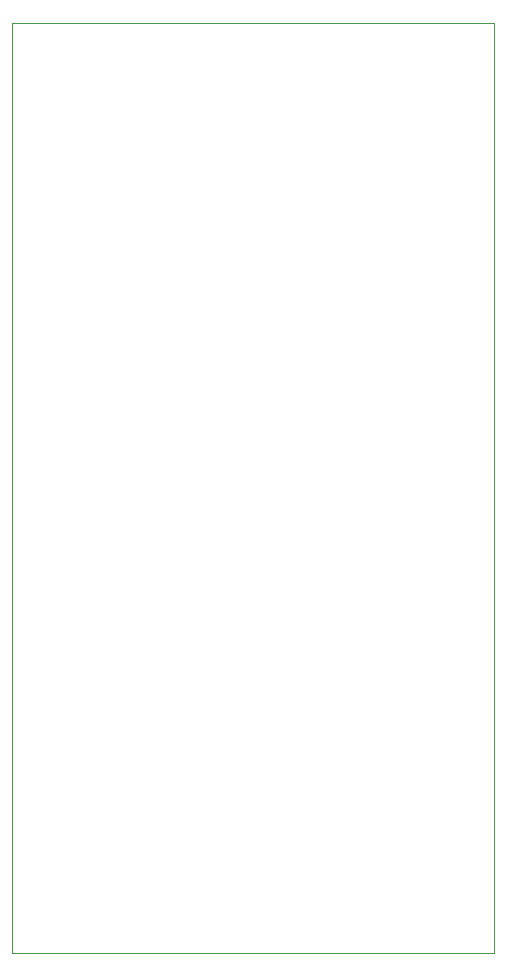
<source format=gbr>
%TF.GenerationSoftware,KiCad,Pcbnew,8.0.6+1*%
%TF.CreationDate,2024-11-21T22:42:01+01:00*%
%TF.ProjectId,8051,38303531-2e6b-4696-9361-645f70636258,rev?*%
%TF.SameCoordinates,Original*%
%TF.FileFunction,Profile,NP*%
%FSLAX46Y46*%
G04 Gerber Fmt 4.6, Leading zero omitted, Abs format (unit mm)*
G04 Created by KiCad (PCBNEW 8.0.6+1) date 2024-11-21 22:42:01*
%MOMM*%
%LPD*%
G01*
G04 APERTURE LIST*
%TA.AperFunction,Profile*%
%ADD10C,0.050000*%
%TD*%
G04 APERTURE END LIST*
D10*
X129250000Y-139500000D02*
X88500000Y-139500000D01*
X88500000Y-60750000D02*
X129250000Y-60750000D01*
X88500000Y-139500000D02*
X88500000Y-60750000D01*
X129250000Y-60750000D02*
X129250000Y-139500000D01*
M02*

</source>
